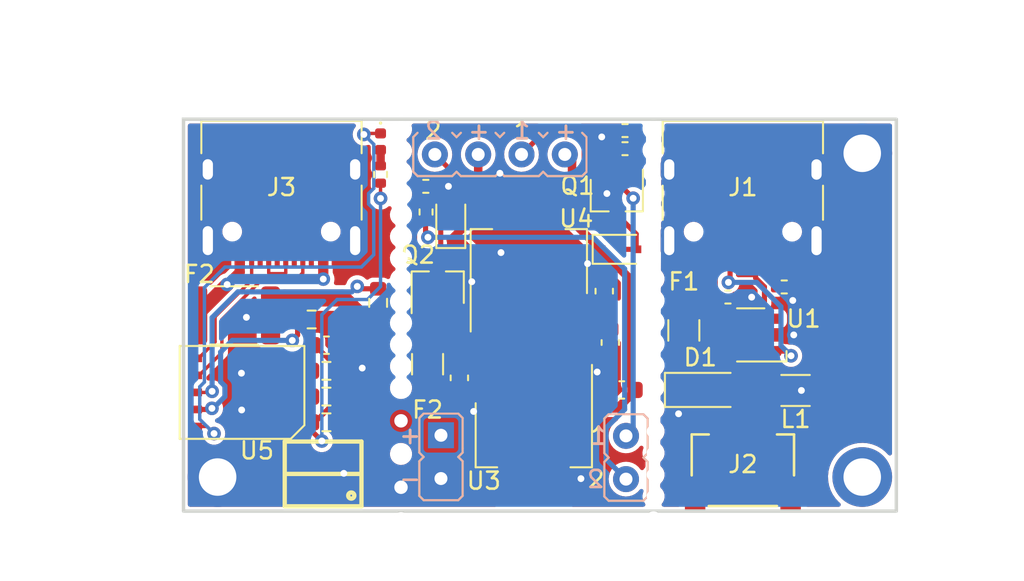
<source format=kicad_pcb>
(kicad_pcb (version 20211014) (generator pcbnew)
  (layers (0 "F.Cu" signal) (31 "B.Cu" signal) (34 "B.Paste" user) (35 "F.Paste" user) (36 "B.SilkS" user "B.Silkscreen") (37 "F.SilkS" user "F.Silkscreen") (38 "B.Mask" user) (39 "F.Mask" user) (44 "Edge.Cuts" user))
  (net 0 "")
  (net 1 "GNDPWR")
  (net 2 "VBUS")
  (net 3 "+12V")
  (net 4 "VCC")
  (net 5 "GND")
  (net 6 "D+")
  (net 7 "D-")
  (net 8 "CC1")
  (net 9 "CC2")
  (net 10 "S1")
  (net 11 "S2")
  (net 12 "S1_MOS")
  (net 13 "S2_MOS")
  (net 14 "S1_OUT")
  (net 15 "S2_OUT")
  (net 16 "VDD")
  (net 17 "VBUS_IN")
  (net 18 "CFG2")
  (net 19 "CFG3")
  (net 20 "CFG1")
  (net 21 "PG")
  (net 22 "LED_PWR")
  (footprint "Resistor_SMD:R_0402_1005Metric" (layer "F.Cu") (at 51.925892 30.436168)
    (fp_text reference "R2" hide)
    (fp_text value "5.1k")
  )
  (footprint "Fuse:Fuse_1206_3216Metric" (layer "F.Cu") (at 49.337601 32.393986 -90)
    (fp_text reference "F1")
    (fp_text value "500mA")
  )
  (footprint "Package_SO:SSOP-10-1.0pitch" (layer "F.Cu") (at 23.433132 36.033442 90)
    (fp_text reference "U5")
    (fp_text value "CH224K")
  )
  (footprint "random-keyboard-parts:breakaway-mousebites" (layer "F.Cu") (at 32.5 34.5 -90)
    (fp_text reference "REF**")
    (fp_text value "breakaway-mousebites")
  )
  (footprint "Connector_USB:USB_C_Receptacle_HRO_TYPE-C-31-M-12" (layer "F.Cu") (at 52.8 24 180)
    (fp_text reference "J1")
    (fp_text value "USB_C_Receptacle_HRO_TYPE-C-31-M-12")
  )
  (footprint "Resistor_SMD:R_0402_1005Metric" (layer "F.Cu") (at 34.221945 25.443858 90)
    (fp_text reference "R6" hide)
    (fp_text value "2.2k")
  )
  (footprint "Diode_SMD:D_SOD-323" (layer "F.Cu") (at 45.494165 27.634284)
    (fp_text reference "D2" hide)
    (fp_text value "2.2k")
  )
  (footprint "Resistor_SMD:R_0402_1005Metric" (layer "F.Cu") (at 34.208511 23.937907 180)
    (fp_text reference "R4" hide)
    (fp_text value "2.2k")
  )
  (footprint "acheron_Connectors:PinHeader_1x4_P2.54mm_Vertical" (layer "F.Cu") (at 38.549985 22.066568 90)
    (fp_text reference "J3" hide)
    (fp_text value "Conn_01x02_Male" hide)
  )
  (footprint "Capacitor_SMD:C_0603_1608Metric" (layer "F.Cu") (at 45.699966 35.888436)
    (fp_text reference "C3" hide)
    (fp_text value "10uF")
  )
  (footprint "Capacitor_SMD:C_0603_1608Metric" (layer "F.Cu") (at 45.027421 33.105761 90)
    (fp_text reference "C2" hide)
    (fp_text value "10uF")
  )
  (footprint "Resistor_SMD:R_0402_1005Metric" (layer "F.Cu") (at 45.888972 21.72821)
    (fp_text reference "R5" hide)
    (fp_text value "2.2k")
  )
  (footprint "Resistor_SMD:R_0603_1608Metric" (layer "F.Cu") (at 31.412619 30.775513 -90)
    (fp_text reference "R8" hide)
    (fp_text value "10k")
  )
  (footprint "Fuse:Fuse_1812_4532Metric" (layer "F.Cu") (at 22.967024 31.512946)
    (fp_text reference "F2")
    (fp_text value "Fuse_1812_4532Metric")
  )
  (footprint "Fuse:Fuse_1206_3216Metric" (layer "F.Cu") (at 34.310832 34.377223 90)
    (fp_text reference "F2")
    (fp_text value "Fuse_1206_3216Metric")
  )
  (footprint "Resistor_SMD:R_0603_1608Metric" (layer "F.Cu") (at 28.381515 34.768232 180)
    (fp_text reference "R12" hide)
    (fp_text value "10k")
  )
  (footprint "" (layer "F.Cu") (at 59.8 25.847628)
    (fp_text reference "")
    (fp_text value "")
  )
  (footprint "" (layer "F.Cu") (at 59.8 22)
    (fp_text reference "")
    (fp_text value "")
  )
  (footprint "" (layer "F.Cu") (at 22 41)
    (fp_text reference "")
    (fp_text value "")
  )
  (footprint "Diode_SMD:D_SOD-323" (layer "F.Cu") (at 35.672812 26.059066 90)
    (fp_text reference "D3" hide)
    (fp_text value "2.2k")
  )
  (footprint "easyeda:SW-SMD_4P-L3.8-W4.5-P1.27-LS6.7" (layer "F.Cu") (at 28.185665 40.81584 90)
    (fp_text reference "SW1" hide)
    (fp_text value "SW-SMD_4P-L3.8-W4.5-P1.27-LS6.7" hide)
  )
  (footprint "Resistor_SMD:R_0603_1608Metric" (layer "F.Cu") (at 27.513967 31.751978 180)
    (fp_text reference "R10" hide)
    (fp_text value "10k")
  )
  (footprint "Package_TO_SOT_SMD:TSOT-23" (layer "F.Cu") (at 34.886522 29.882357 90)
    (fp_text reference "Q2")
    (fp_text value "TSOT-23")
  )
  (footprint "random-keyboard-parts:JST-SR-4" (layer "F.Cu") (at 52.8 42.9)
    (fp_text reference "J2")
    (fp_text value "JST-SR-4")
  )
  (footprint "Capacitor_SMD:C_0603_1608Metric" (layer "F.Cu") (at 28.381515 33.26113)
    (fp_text reference "C5" hide)
    (fp_text value "1uF")
  )
  (footprint "Resistor_SMD:R_0402_1005Metric" (layer "F.Cu") (at 31.553823 23.243246 90)
    (fp_text reference "R9" hide)
    (fp_text value "1k")
  )
  (footprint "marbastlib-various:SOT-23-6-routable" (layer "F.Cu") (at 53.26005 32.658296 180)
    (fp_text reference "U1")
    (fp_text value "SRV05-4")
  )
  (footprint "Diode_SMD:D_SOD-123F" (layer "F.Cu") (at 50.428731 35.887041)
    (fp_text reference "D1")
    (fp_text value "SMF9.0CA")
  )
  (footprint "Resistor_SMD:R_0402_1005Metric" (layer "F.Cu") (at 45.888972 20.664898)
    (fp_text reference "R3" hide)
    (fp_text value "2.2k")
  )
  (footprint "Inductor_SMD:L_1206_3216Metric" (layer "F.Cu") (at 55.889559 35.918338)
    (fp_text reference "L1")
    (fp_text value "L_1206_3216Metric")
  )
  (footprint "Package_TO_SOT_SMD:TSOT-23" (layer "F.Cu") (at 45.428718 24.459642 -90)
    (fp_text reference "Q1")
    (fp_text value "TSOT-23")
  )
  (footprint "Capacitor_SMD:C_0603_1608Metric" (layer "F.Cu") (at 36.175374 35.179507 90)
    (fp_text reference "C1" hide)
    (fp_text value "10uF")
  )
  (footprint "Resistor_SMD:R_0603_1608Metric" (layer "F.Cu") (at 28.381515 37.786535 180)
    (fp_text reference "R7" hide)
    (fp_text value "1k")
  )
  (footprint "Resistor_SMD:R_0603_1608Metric" (layer "F.Cu") (at 28.381515 36.277384 180)
    (fp_text reference "R11" hide)
    (fp_text value "10k")
  )
  (footprint "LED_SMD:LED_0402_1005Metric" (layer "F.Cu") (at 31.553823 21.31811 -90)
    (fp_text reference "D4" hide)
    (fp_text value "LED_0402_1005Metric")
  )
  (footprint "acheron_Connectors:PinHeader_1x2_P2.54mm_Vertical" (layer "F.Cu") (at 35.096888 39.817793)
    (fp_text reference "J3" hide)
    (fp_text value "Conn_01x02_Male" hide)
  )
  (footprint "Package_TO_SOT_SMD:SOT-223" (layer "F.Cu") (at 40.248815 28.357657 90)
    (fp_text reference "U4")
    (fp_text value "C26184")
  )
  (footprint "Resistor_SMD:R_0402_1005Metric" (layer "F.Cu") (at 55.225796 29.843697)
    (fp_text reference "R1" hide)
    (fp_text value "5.1k")
  )
  (footprint "random-keyboard-parts:breakaway-mousebites" (layer "F.Cu") (at 47.308073 34.448204 -90)
    (fp_text reference "REF**")
    (fp_text value "breakaway-mousebites")
  )
  (footprint "acheron_Connectors:PinHeader_1x2_P2.54mm_Vertical" (layer "F.Cu") (at 45.947089 39.85295)
    (fp_text reference "J3" hide)
    (fp_text value "Conn_01x02_Male" hide)
  )
  (footprint "Connector_USB:USB_C_Receptacle_HRO_TYPE-C-31-M-12" (layer "F.Cu") (at 25.745327 23.994483 180)
    (fp_text reference "J3")
    (fp_text value "USB_C_Receptacle_HRO_TYPE-C-31-M-12")
  )
  (footprint "Capacitor_SMD:C_0603_1608Metric" (layer "F.Cu") (at 44.671324 30.08999 -90)
    (fp_text reference "C4" hide)
    (fp_text value "10uF")
  )
  (footprint "Package_TO_SOT_SMD:SOT-223" (layer "F.Cu") (at 40.541743 38.517228 -90)
    (fp_text reference "U3")
    (fp_text value "C26184")
  )
  (gr_rect (start 20 20) (end 61.8 43) (layer "Edge.Cuts") (width 0.2) (fill none))
  (segment (start 26.495327 27.064483) (end 26.495327 28.039483) (width 0.2) (layer "F.Cu") (net 0))
  (segment (start 25.995327 29.014483) (end 25.945327 29.064483) (width 0.2) (layer "F.Cu") (net 0))
  (segment (start 25.045327 29.064483) (end 24.995327 29.014483) (width 0.2) (layer "F.Cu") (net 0))
  (segment (start 25.995327 28.039483) (end 25.995327 29.014483) (width 0.2) (layer "F.Cu") (net 0))
  (segment (start 25.545327 27.014483) (end 26.445327 27.014483) (width 0.2) (layer "F.Cu") (net 0))
  (segment (start 24.995327 29.014483) (end 24.995327 28.039483) (width 0.2) (layer "F.Cu") (net 0))
  (segment (start 25.945327 29.064483) (end 25.045327 29.064483) (width 0.2) (layer "F.Cu") (net 0))
  (segment (start 26.445327 27.014483) (end 26.495327 27.064483) (width 0.2) (layer "F.Cu") (net 0))
  (segment (start 25.495327 28.039483) (end 25.495327 27.064483) (width 0.2) (layer "F.Cu") (net 0))
  (segment (start 25.495327 27.064483) (end 25.545327 27.014483) (width 0.2) (layer "F.Cu") (net 0))
  (segment (start 55.727161 29.852332) (end 55.735796 29.843697) (width 0.5) (layer "F.Cu") (net 1))
  (segment (start 49.028731 37.287238) (end 49.028731 35.887041) (width 0.5) (layer "F.Cu") (net 1))
  (segment (start 56.232952 35.91822) (end 57.464441 35.91822) (width 0.5) (layer "F.Cu") (net 1))
  (segment (start 55.727161 30.635683) (end 55.727161 29.852332) (width 0.5) (layer "F.Cu") (net 1))
  (segment (start 53.309684 30.436168) (end 52.435892 30.436168) (width 0.5) (layer "F.Cu") (net 1))
  (segment (start 57.464441 35.91822) (end 57.464559 35.918338) (width 0.5) (layer "F.Cu") (net 1))
  (segment (start 53.316179 30.442663) (end 53.309684 30.436168) (width 0.5) (layer "F.Cu") (net 1))
  (segment (start 55.78295 32.658296) (end 54.43505 32.658296) (width 0.5) (layer "F.Cu") (net 1))
  (via (at 55.78295 32.658296) (size 0.8) (drill 0.4) (layers "F.Cu" "B.Cu") (net 1))
  (via (at 55.727161 30.635683) (size 0.8) (drill 0.4) (layers "F.Cu" "B.Cu") (net 1))
  (via (at 49.028731 37.287238) (size 0.8) (drill 0.4) (layers "F.Cu" "B.Cu") (net 1))
  (via (at 53.316179 30.442663) (size 0.8) (drill 0.4) (layers "F.Cu" "B.Cu") (net 1))
  (via (at 56.232952 35.91822) (size 0.8) (drill 0.4) (layers "F.Cu" "B.Cu") (net 1))
  (segment (start 28.195327 28.039483) (end 28.195327 29.381479) (width 0.6) (layer "F.Cu") (net 2))
  (segment (start 55.25 27.298098) (end 55.25 28.045) (width 0.4) (layer "F.Cu") (net 2))
  (segment (start 49.910001 30.993986) (end 49.337601 30.993986) (width 0.5) (layer "F.Cu") (net 2))
  (segment (start 50.35 28.045) (end 50.35 29.123271) (width 0.5) (layer "F.Cu") (net 2))
  (segment (start 50.35 28.045) (end 50.35 27.255339) (width 0.4) (layer "F.Cu") (net 2))
  (segment (start 54.371902 26.42) (end 55.25 27.298098) (width 0.4) (layer "F.Cu") (net 2))
  (segment (start 22.576489 29.700986) (end 23.295327 28.982148) (width 0.6) (layer "F.Cu") (net 2))
  (segment (start 50.679838 30.224149) (end 49.910001 30.993986) (width 0.5) (layer "F.Cu") (net 2))
  (segment (start 50.35 29.123271) (end 50.679838 29.453109) (width 0.5) (layer "F.Cu") (net 2))
  (segment (start 22.559015 29.700986) (end 20.829524 31.430477) (width 0.8) (layer "F.Cu") (net 2))
  (segment (start 22.559015 29.700986) (end 22.576489 29.700986) (width 0.6) (layer "F.Cu") (net 2))
  (segment (start 50.679838 31.823109) (end 51.515025 32.658296) (width 0.5) (layer "F.Cu") (net 2))
  (segment (start 51.185339 26.42) (end 54.371902 26.42) (width 0.4) (layer "F.Cu") (net 2))
  (segment (start 50.35 27.255339) (end 51.185339 26.42) (width 0.4) (layer "F.Cu") (net 2))
  (segment (start 51.515025 32.658296) (end 52.08505 32.658296) (width 0.5) (layer "F.Cu") (net 2))
  (segment (start 50.679838 29.453109) (end 50.679838 30.224149) (width 0.5) (layer "F.Cu") (net 2))
  (segment (start 20.829524 31.430477) (end 20.829524 31.512946) (width 0.8) (layer "F.Cu") (net 2))
  (segment (start 50.679838 30.224149) (end 50.679838 31.823109) (width 0.5) (layer "F.Cu") (net 2))
  (segment (start 23.295327 28.982148) (end 23.295327 28.039483) (width 0.6) (layer "F.Cu") (net 2))
  (via (at 28.195327 29.381479) (size 0.8) (drill 0.4) (layers "F.Cu" "B.Cu") (net 2))
  (via (at 22.559015 29.700986) (size 0.8) (drill 0.4) (layers "F.Cu" "B.Cu") (net 2))
  (segment (start 22.559015 29.700986) (end 22.878522 29.381479) (width 0.6) (layer "B.Cu") (net 2))
  (segment (start 22.878522 29.381479) (end 28.195327 29.381479) (width 0.6) (layer "B.Cu") (net 2))
  (segment (start 42.782173 22.488756) (end 42.359985 22.066568) (width 0.5) (layer "F.Cu") (net 3))
  (segment (start 40.541743 35.838024) (end 41.675151 36.971432) (width 0.5) (layer "F.Cu") (net 3))
  (segment (start 44.671324 30.86499) (end 44.674739 30.861575) (width 0.5) (layer "F.Cu") (net 3))
  (segment (start 46.150047 35.513517) (end 46.150047 29.340166) (width 0.5) (layer "F.Cu") (net 3))
  (segment (start 40.248815 31.507657) (end 40.248815 31.157657) (width 0.5) (layer "F.Cu") (net 3))
  (segment (start 46.524966 35.888436) (end 46.150047 35.513517) (width 0.5) (layer "F.Cu") (net 3))
  (segment (start 40.248815 31.157657) (end 41.395946 30.010526) (width 0.5) (layer "F.Cu") (net 3))
  (segment (start 35.682666 27.08196) (end 35.682666 27.109066) (width 0.5) (layer "F.Cu") (net 3))
  (segment (start 42.782173 25.972292) (end 42.782173 22.488756) (width 0.5) (layer "F.Cu") (net 3))
  (segment (start 41.395946 30.010526) (end 43.81686 30.010526) (width 0.5) (layer "F.Cu") (net 3))
  (segment (start 37.279985 25.484641) (end 35.682666 27.08196) (width 0.5) (layer "F.Cu") (net 3))
  (segment (start 45.44197 36.971432) (end 46.524966 35.888436) (width 0.5) (layer "F.Cu") (net 3))
  (segment (start 41.675151 36.971432) (end 45.44197 36.971432) (width 0.5) (layer "F.Cu") (net 3))
  (segment (start 46.150047 29.340166) (end 42.782173 25.972292) (width 0.5) (layer "F.Cu") (net 3))
  (segment (start 43.81686 30.010526) (end 44.671324 30.86499) (width 0.5) (layer "F.Cu") (net 3))
  (segment (start 40.541743 35.367228) (end 40.541743 35.838024) (width 0.5) (layer "F.Cu") (net 3))
  (segment (start 44.674739 30.861575) (end 44.674739 30.850943) (width 0.5) (layer "F.Cu") (net 3))
  (segment (start 35.682666 27.109066) (end 36.200224 27.109066) (width 0.5) (layer "F.Cu") (net 3))
  (segment (start 37.279985 22.066568) (end 37.279985 25.484641) (width 0.5) (layer "F.Cu") (net 3))
  (segment (start 36.200224 27.109066) (end 40.248815 31.157657) (width 0.5) (layer "F.Cu") (net 3))
  (segment (start 49.735676 33.793986) (end 51.828731 35.887041) (width 0.5) (layer "F.Cu") (net 4))
  (segment (start 37.279022 34.404507) (end 35.738116 34.404507) (width 0.7) (layer "F.Cu") (net 4))
  (segment (start 36.678488 33.234897) (end 44.102269 33.234897) (width 0.7) (layer "F.Cu") (net 4))
  (segment (start 45.006405 32.330761) (end 45.027421 32.330761) (width 0.7) (layer "F.Cu") (net 4))
  (segment (start 21.610886 36.033442) (end 20.683132 36.033442) (width 0.2) (layer "F.Cu") (net 4))
  (segment (start 42.706148 31.86499) (end 42.548815 31.707657) (width 0.7) (layer "F.Cu") (net 4))
  (segment (start 30.32661 29.950513) (end 31.412619 29.950513) (width 0.3) (layer "F.Cu") (net 4))
  (segment (start 45.027421 32.330761) (end 44.56165 31.86499) (width 0.7) (layer "F.Cu") (net 4))
  (segment (start 30.188184 29.812087) (end 30.32661 29.950513) (width 0.3) (layer "F.Cu") (net 4))
  (segment (start 34.784654 32.503401) (end 35.946992 32.503401) (width 0.7) (layer "F.Cu") (net 4))
  (segment (start 51.3 36.415772) (end 51.828731 35.887041) (width 0.5) (layer "F.Cu") (net 4))
  (segment (start 44.102269 33.234897) (end 45.006405 32.330761) (width 0.7) (layer "F.Cu") (net 4))
  (segment (start 35.946992 32.503401) (end 36.678488 33.234897) (width 0.7) (layer "F.Cu") (net 4))
  (segment (start 38.241743 35.367228) (end 37.279022 34.404507) (width 0.7) (layer "F.Cu") (net 4))
  (segment (start 34.310832 32.977223) (end 34.784654 32.503401) (width 0.7) (layer "F.Cu") (net 4))
  (segment (start 21.676379 35.967949) (end 21.610886 36.033442) (width 0.2) (layer "F.Cu") (net 4))
  (segment (start 49.337601 33.793986) (end 49.735676 33.793986) (width 0.5) (layer "F.Cu") (net 4))
  (segment (start 35.738116 34.404507) (end 34.310832 32.977223) (width 0.7) (layer "F.Cu") (net 4))
  (segment (start 51.3 38.125) (end 51.3 36.415772) (width 0.5) (layer "F.Cu") (net 4))
  (segment (start 44.56165 31.86499) (end 42.706148 31.86499) (width 0.7) (layer "F.Cu") (net 4))
  (via (at 30.188184 29.812087) (size 0.8) (drill 0.4) (layers "F.Cu" "B.Cu") (net 4))
  (via (at 21.676379 35.967949) (size 0.8) (drill 0.4) (layers "F.Cu" "B.Cu") (net 4))
  (segment (start 23.188476 30.131479) (end 21.676379 31.643576) (width 0.3) (layer "B.Cu") (net 4))
  (segment (start 21.676379 31.643576) (end 21.676379 35.967949) (width 0.3) (layer "B.Cu") (net 4))
  (segment (start 30.188184 29.812087) (end 29.868792 30.131479) (width 0.3) (layer "B.Cu") (net 4))
  (segment (start 29.868792 30.131479) (end 23.188476 30.131479) (width 0.3) (layer "B.Cu") (net 4))
  (segment (start 35.534945 23.937907) (end 34.718511 23.937907) (width 0.5) (layer "F.Cu") (net 5))
  (segment (start 37.012218 36.727774) (end 36.188311 35.903867) (width 0.5) (layer "F.Cu") (net 5))
  (segment (start 28.338967 32.443582) (end 28.338967 31.751978) (width 0.5) (layer "F.Cu") (net 5))
  (segment (start 30.479172 34.583787) (end 28.338967 32.443582) (width 0.5) (layer "F.Cu") (net 5))
  (segment (start 44.898303 20.664898) (end 45.378972 20.664898) (width 0.5) (layer "F.Cu") (net 5))
  (segment (start 30.479172 34.6046) (end 30.479172 34.583787) (width 0.5) (layer "F.Cu") (net 5))
  (segment (start 44.52376 21.039441) (end 44.898303 20.664898) (width 0.5) (layer "F.Cu") (net 5))
  (segment (start 54.3 38.125) (end 54.3 35.932897) (width 0.5) (layer "F.Cu") (net 5))
  (segment (start 37.012218 37.148765) (end 37.012218 36.727774) (width 0.5) (layer "F.Cu") (net 5))
  (via (at 23.397421 34.904615) (size 0.8) (drill 0.4) (layers "F.Cu" "B.Cu") (net 5))
  (via (at 44.256942 34.835003) (size 0.8) (drill 0.4) (layers "F.Cu" "B.Cu") (net 5))
  (via (at 23.688757 31.625642) (size 0.8) (drill 0.4) (layers "F.Cu" "B.Cu") (net 5))
  (via (at 44.827753 24.360973) (size 0.8) (drill 0.4) (layers "F.Cu" "B.Cu") (net 5))
  (via (at 37.012218 37.148765) (size 0.8) (drill 0.4) (layers "F.Cu" "B.Cu") (net 5))
  (via (at 38.617248 27.827045) (size 0.8) (drill 0.4) (layers "F.Cu" "B.Cu") (net 5))
  (via (at 23.409724 37.063768) (size 0.8) (drill 0.4) (layers "F.Cu" "B.Cu") (net 5))
  (via (at 43.305136 41.093372) (size 0.8) (drill 0.4) (layers "F.Cu" "B.Cu") (net 5))
  (via (at 29.40145 40.782711) (size 0.8) (drill 0.4) (layers "F.Cu" "B.Cu") (net 5))
  (via (at 35.534945 23.937907) (size 0.8) (drill 0.4) (layers "F.Cu" "B.Cu") (net 5))
  (via (at 43.694087 28.474764) (size 0.8) (drill 0.4) (layers "F.Cu" "B.Cu") (net 5))
  (via (at 44.52376 21.039441) (size 0.8) (drill 0.4) (layers "F.Cu" "B.Cu") (net 5))
  (via (at 36.905174 29.536303) (size 0.8) (drill 0.4) (layers "F.Cu" "B.Cu") (net 5))
  (via (at 38.55231 23.171115) (size 0.8) (drill 0.4) (layers "F.Cu" "B.Cu") (net 5))
  (via (at 30.479172 34.6046) (size 0.8) (drill 0.4) (layers "F.Cu" "B.Cu") (net 5))
  (segment (start 53.3 34.743346) (end 53.3 38.125) (width 0.3) (layer "F.Cu") (net 6))
  (segment (start 55.350075 33.608296) (end 54.43505 33.608296) (width 0.3) (layer "F.Cu") (net 6))
  (segment (start 53.05 26.97) (end 53.05 28.045) (width 0.3) (layer "F.Cu") (net 6))
  (segment (start 54.43505 33.608296) (end 53.3 34.743346) (width 0.3) (layer "F.Cu") (net 6))
  (segment (start 51.953943 29.574386) (end 52.05 29.478329) (width 0.3) (layer "F.Cu") (net 6))
  (segment (start 52.05 28.045) (end 52.05 26.97) (width 0.3) (layer "F.Cu") (net 6))
  (segment (start 52.05 29.478329) (end 52.05 28.045) (width 0.3) (layer "F.Cu") (net 6))
  (segment (start 52.05 26.97) (end 53.05 26.97) (width 0.3) (layer "F.Cu") (net 6))
  (segment (start 55.625407 33.883628) (end 55.350075 33.608296) (width 0.3) (layer "F.Cu") (net 6))
  (via (at 55.625407 33.883628) (size 0.8) (drill 0.4) (layers "F.Cu" "B.Cu") (net 6))
  (via (at 51.953943 29.574386) (size 0.8) (drill 0.4) (layers "F.Cu" "B.Cu") (net 6))
  (segment (start 55.03295 33.291171) (end 55.625407 33.883628) (width 0.3) (layer "B.Cu") (net 6))
  (segment (start 51.953943 29.574386) (end 53.605203 29.574386) (width 0.3) (layer "B.Cu") (net 6))
  (segment (start 53.605203 29.574386) (end 55.03295 31.002133) (width 0.3) (layer "B.Cu") (net 6))
  (segment (start 55.03295 31.002133) (end 55.03295 33.291171) (width 0.3) (layer "B.Cu") (net 6))
  (segment (start 53.250281 31.609911) (end 54.065679 30.794513) (width 0.3) (layer "F.Cu") (net 7))
  (segment (start 52.55 29.12) (end 53.55 29.12) (width 0.3) (layer "F.Cu") (net 7))
  (segment (start 52.55 29.019022) (end 52.55 29.12) (width 0.3) (layer "F.Cu") (net 7))
  (segment (start 54.065679 29.837366) (end 53.55 29.321687) (width 0.3) (layer "F.Cu") (net 7))
  (segment (start 53.55 29.12) (end 53.55 28.045) (width 0.3) (layer "F.Cu") (net 7))
  (segment (start 52.08505 33.608296) (end 52.467157 33.608296) (width 0.3) (layer "F.Cu") (net 7))
  (segment (start 53.55 29.321687) (end 53.55 29.12) (width 0.3) (layer "F.Cu") (net 7))
  (segment (start 53.250281 32.825172) (end 53.250281 31.609911) (width 0.3) (layer "F.Cu") (net 7))
  (segment (start 52.08505 33.608296) (end 52.8 34.323246) (width 0.3) (layer "F.Cu") (net 7))
  (segment (start 52.8 34.323246) (end 52.8 37) (width 0.3) (layer "F.Cu") (net 7))
  (segment (start 52.8 37) (end 52.3 37.5) (width 0.3) (layer "F.Cu") (net 7))
  (segment (start 54.065679 30.794513) (end 54.065679 29.837366) (width 0.3) (layer "F.Cu") (net 7))
  (segment (start 52.3 37.5) (end 52.3 38.125) (width 0.3) (layer "F.Cu") (net 7))
  (segment (start 52.55 28.045) (end 52.55 29.019022) (width 0.3) (layer "F.Cu") (net 7))
  (segment (start 52.467157 33.608296) (end 53.250281 32.825172) (width 0.3) (layer "F.Cu") (net 7))
  (segment (start 22.251016 33.695558) (end 20.978919 34.967655) (width 0.2) (layer "F.Cu") (net 8))
  (segment (start 24.541827 29.464483) (end 22.251016 31.755294) (width 0.2) (layer "F.Cu") (net 8))
  (segment (start 54.05 28.045) (end 54.05 29.185291) (width 0.2) (layer "F.Cu") (net 8))
  (segment (start 26.995327 28.039483) (end 26.995327 29.014483) (width 0.2) (layer "F.Cu") (net 8))
  (segment (start 54.05 29.185291) (end 54.694798 29.830089) (width 0.2) (layer "F.Cu") (net 8))
  (segment (start 26.545327 29.464483) (end 24.541827 29.464483) (width 0.2) (layer "F.Cu") (net 8))
  (segment (start 22.251016 31.755294) (end 22.251016 33.695558) (width 0.2) (layer "F.Cu") (net 8))
  (segment (start 26.995327 29.014483) (end 26.545327 29.464483) (width 0.2) (layer "F.Cu") (net 8))
  (segment (start 20.978919 34.967655) (end 20.682908 34.967655) (width 0.2) (layer "F.Cu") (net 8))
  (segment (start 21.851016 33.06354) (end 21.851016 31.589608) (width 0.2) (layer "F.Cu") (net 9))
  (segment (start 21.851016 31.589608) (end 23.995327 29.445297) (width 0.2) (layer "F.Cu") (net 9))
  (segment (start 51.05 29.045453) (end 51.229838 29.225291) (width 0.2) (layer "F.Cu") (net 9))
  (segment (start 51.05 28.045) (end 51.05 29.045453) (width 0.2) (layer "F.Cu") (net 9))
  (segment (start 51.229838 29.225291) (end 51.229838 30.223105) (width 0.2) (layer "F.Cu") (net 9))
  (segment (start 20.946901 33.967655) (end 21.851016 33.06354) (width 0.2) (layer "F.Cu") (net 9))
  (segment (start 20.682908 33.967655) (end 20.946901 33.967655) (width 0.2) (layer "F.Cu") (net 9))
  (segment (start 51.229838 30.223105) (end 51.414341 30.407608) (width 0.2) (layer "F.Cu") (net 9))
  (segment (start 23.995327 29.445297) (end 23.995327 28.039483) (width 0.2) (layer "F.Cu") (net 9))
  (segment (start 45.378972 23.649079) (end 45.378972 21.72821) (width 0.3) (layer "F.Cu") (net 10))
  (segment (start 46.36732 24.637427) (end 45.378972 23.649079) (width 0.3) (layer "F.Cu") (net 10))
  (via (at 46.36732 24.637427) (size 0.8) (drill 0.4) (layers "F.Cu" "B.Cu") (net 10))
  (segment (start 46.36732 24.637427) (end 46.36732 38.025345) (width 0.3) (layer "B.Cu") (net 10))
  (segment (start 46.36732 38.025345) (end 45.947089 38.445576) (width 0.3) (layer "B.Cu") (net 10))
  (segment (start 34.333166 26.928886) (end 34.194839 26.790559) (width 0.3) (layer "F.Cu") (net 11))
  (segment (start 34.194839 26.790559) (end 34.194839 25.957731) (width 0.3) (layer "F.Cu") (net 11))
  (via (at 34.333166 26.928886) (size 0.8) (drill 0.4) (layers "F.Cu" "B.Cu") (net 11))
  (segment (start 45.86732 28.78265) (end 45.86732 37.032882) (width 0.3) (layer "B.Cu") (net 11))
  (segment (start 45.86732 37.032882) (end 44.7798 38.120402) (width 0.3) (layer "B.Cu") (net 11))
  (segment (start 44.7798 39.955661) (end 45.944093 41.119954) (width 0.3) (layer "B.Cu") (net 11))
  (segment (start 44.013556 26.928886) (end 45.86732 28.78265) (width 0.3) (layer "B.Cu") (net 11))
  (segment (start 44.7798 38.120402) (end 44.7798 39.955661) (width 0.3) (layer "B.Cu") (net 11))
  (segment (start 34.333166 26.928886) (end 44.013556 26.928886) (width 0.3) (layer "B.Cu") (net 11))
  (segment (start 46.398972 20.664898) (end 46.398972 23.170638) (width 0.3) (layer "F.Cu") (net 12))
  (segment (start 33.936522 31.192357) (end 33.547701 30.803536) (width 0.3) (layer "F.Cu") (net 13))
  (segment (start 33.547701 24.088717) (end 33.698511 23.937907) (width 0.3) (layer "F.Cu") (net 13))
  (segment (start 33.547701 24.956436) (end 33.547701 24.088717) (width 0.3) (layer "F.Cu") (net 13))
  (segment (start 34.199367 24.956436) (end 34.221945 24.933858) (width 0.3) (layer "F.Cu") (net 13))
  (segment (start 33.547701 24.956436) (end 34.199367 24.956436) (width 0.3) (layer "F.Cu") (net 13))
  (segment (start 33.547701 30.803536) (end 33.547701 24.956436) (width 0.3) (layer "F.Cu") (net 13))
  (segment (start 45.578718 25.769642) (end 46.544165 26.735089) (width 0.3) (layer "F.Cu") (net 14))
  (segment (start 43.494373 25.420268) (end 43.494373 21.265447) (width 0.3) (layer "F.Cu") (net 14))
  (segment (start 42.876426 20.6475) (end 41.239053 20.6475) (width 0.3) (layer "F.Cu") (net 14))
  (segment (start 43.494373 21.265447) (end 42.876426 20.6475) (width 0.3) (layer "F.Cu") (net 14))
  (segment (start 46.544165 26.735089) (end 46.544165 27.634284) (width 0.3) (layer "F.Cu") (net 14))
  (segment (start 46.544165 27.634284) (end 45.708389 27.634284) (width 0.3) (layer "F.Cu") (net 14))
  (segment (start 45.708389 27.634284) (end 43.494373 25.420268) (width 0.3) (layer "F.Cu") (net 14))
  (segment (start 41.239053 20.6475) (end 39.819985 22.066568) (width 0.3) (layer "F.Cu") (net 14))
  (segment (start 36.403466 24.26116) (end 36.403466 23.730049) (width 0.3) (layer "F.Cu") (net 15))
  (segment (start 35.082666 28.376213) (end 35.082666 25.58196) (width 0.3) (layer "F.Cu") (net 15))
  (segment (start 34.886522 28.572357) (end 35.082666 28.376213) (width 0.3) (layer "F.Cu") (net 15))
  (segment (start 35.082666 25.58196) (end 36.403466 24.26116) (width 0.3) (layer "F.Cu") (net 15))
  (segment (start 36.403466 23.730049) (end 34.739985 22.066568) (width 0.3) (layer "F.Cu") (net 15))
  (segment (start 27.556515 37.786535) (end 26.430039 37.786535) (width 0.3) (layer "F.Cu") (net 16))
  (segment (start 27.697364 37.786535) (end 27.556515 37.786535) (width 0.3) (layer "F.Cu") (net 16))
  (segment (start 26.430039 37.786535) (end 26.183132 38.033442) (width 0.3) (layer "F.Cu") (net 16))
  (segment (start 27.556515 37.786535) (end 27.556515 38.32998) (width 0.3) (layer "F.Cu") (net 16))
  (segment (start 29.206515 36.277384) (end 27.697364 37.786535) (width 0.3) (layer "F.Cu") (net 16))
  (segment (start 31.553823 23.753246) (end 31.553823 24.648603) (width 0.2) (layer "F.Cu") (net 16))
  (segment (start 29.206515 34.768232) (end 29.206515 36.277384) (width 0.3) (layer "F.Cu") (net 16))
  (segment (start 29.206515 34.768232) (end 27.699413 33.26113) (width 0.3) (layer "F.Cu") (net 16))
  (segment (start 27.699413 33.26113) (end 27.606515 33.26113) (width 0.3) (layer "F.Cu") (net 16))
  (segment (start 27.556515 38.32998) (end 28.110869 38.884334) (width 0.3) (layer "F.Cu") (net 16))
  (via (at 28.110869 38.884334) (size 0.8) (drill 0.4) (layers "F.Cu" "B.Cu") (net 16))
  (via (at 31.553823 24.648603) (size 0.8) (drill 0.4) (layers "F.Cu" "B.Cu") (net 16))
  (segment (start 31.553823 29.81679) (end 30.789134 30.581479) (width 0.2) (layer "B.Cu") (net 16))
  (segment (start 31.553823 24.648603) (end 31.553823 29.81679) (width 0.2) (layer "B.Cu") (net 16))
  (segment (start 29.006414 30.581479) (end 28.110869 31.477024) (width 0.2) (layer "B.Cu") (net 16))
  (segment (start 28.110869 31.477024) (end 28.110869 38.884334) (width 0.2) (layer "B.Cu") (net 16))
  (segment (start 30.789134 30.581479) (end 29.006414 30.581479) (width 0.2) (layer "B.Cu") (net 16))
  (segment (start 34.310832 37.761737) (end 35.096888 38.547793) (width 1) (layer "F.Cu") (net 17))
  (segment (start 34.310832 35.777223) (end 34.310832 37.761737) (width 1) (layer "F.Cu") (net 17))
  (segment (start 31.610299 33.857898) (end 31.610299 36.556299) (width 1) (layer "F.Cu") (net 17))
  (segment (start 25.92718 30.49149) (end 29.312658 30.49149) (width 1) (layer "F.Cu") (net 17))
  (segment (start 31.610299 36.556299) (end 32.754 37.7) (width 1) (layer "F.Cu") (net 17))
  (segment (start 30.110125 32.357724) (end 31.610299 33.857898) (width 1) (layer "F.Cu") (net 17))
  (segment (start 30.421681 31.600513) (end 30.110125 31.288957) (width 0.3) (layer "F.Cu") (net 17))
  (segment (start 30.110125 31.288957) (end 30.110125 32.357724) (width 1) (layer "F.Cu") (net 17))
  (segment (start 29.312658 30.49149) (end 30.110125 31.288957) (width 1) (layer "F.Cu") (net 17))
  (segment (start 25.128334 31.290336) (end 25.92718 30.49149) (width 1) (layer "F.Cu") (net 17))
  (segment (start 30.380063 37.786535) (end 31.610299 36.556299) (width 0.3) (layer "F.Cu") (net 17))
  (segment (start 31.412619 31.600513) (end 30.421681 31.600513) (width 0.3) (layer "F.Cu") (net 17))
  (segment (start 29.206515 37.786535) (end 30.380063 37.786535) (width 0.3) (layer "F.Cu") (net 17))
  (segment (start 26.136223 39.667754) (end 26.136223 40.861282) (width 0.3) (layer "F.Cu") (net 18))
  (segment (start 25.405663 38.937194) (end 26.136223 39.667754) (width 0.3) (layer "F.Cu") (net 18))
  (segment (start 25.683315 37.033442) (end 25.405663 37.311094) (width 0.3) (layer "F.Cu") (net 18))
  (segment (start 25.405663 37.311094) (end 25.405663 38.937194) (width 0.3) (layer "F.Cu") (net 18))
  (segment (start 26.800457 37.033442) (end 25.683315 37.033442) (width 0.3) (layer "F.Cu") (net 18))
  (segment (start 27.556515 36.277384) (end 26.800457 37.033442) (width 0.3) (layer "F.Cu") (net 18))
  (segment (start 25.546665 41.45084) (end 25.110665 41.45084) (width 0.3) (layer "F.Cu") (net 18))
  (segment (start 26.136223 40.861282) (end 25.546665 41.45084) (width 0.3) (layer "F.Cu") (net 18))
  (segment (start 27.556515 34.990059) (end 26.513132 36.033442) (width 0.3) (layer "F.Cu") (net 19))
  (segment (start 24.905663 39.975838) (end 25.110665 40.18084) (width 0.3) (layer "F.Cu") (net 19))
  (segment (start 25.976209 36.033442) (end 24.905663 37.103988) (width 0.3) (layer "F.Cu") (net 19))
  (segment (start 24.905663 37.103988) (end 24.905663 39.975838) (width 0.3) (layer "F.Cu") (net 19))
  (segment (start 26.513132 36.033442) (end 25.976209 36.033442) (width 0.3) (layer "F.Cu") (net 19))
  (segment (start 27.556515 34.768232) (end 27.556515 34.990059) (width 0.3) (layer "F.Cu") (net 19))
  (segment (start 21.665793 36.967396) (end 21.599747 37.033442) (width 0.3) (layer "F.Cu") (net 20))
  (segment (start 26.378021 32.980642) (end 26.688967 32.669696) (width 0.3) (layer "F.Cu") (net 20))
  (segment (start 21.599747 37.033442) (end 20.683132 37.033442) (width 0.3) (layer "F.Cu") (net 20))
  (segment (start 26.688967 32.669696) (end 26.688967 31.751978) (width 0.3) (layer "F.Cu") (net 20))
  (via (at 21.665793 36.967396) (size 0.8) (drill 0.4) (layers "F.Cu" "B.Cu") (net 20))
  (via (at 26.378021 32.980642) (size 0.8) (drill 0.4) (layers "F.Cu" "B.Cu") (net 20))
  (segment (start 22.426379 35.657288) (end 22.426379 36.27861) (width 0.3) (layer "B.Cu") (net 20))
  (segment (start 22.176379 33.664086) (end 22.176379 35.407288) (width 0.3) (layer "B.Cu") (net 20))
  (segment (start 22.426379 36.27861) (end 21.737593 36.967396) (width 0.3) (layer "B.Cu") (net 20))
  (segment (start 22.859823 32.980642) (end 22.176379 33.664086) (width 0.3) (layer "B.Cu") (net 20))
  (segment (start 21.737593 36.967396) (end 21.665793 36.967396) (width 0.3) (layer "B.Cu") (net 20))
  (segment (start 26.378021 32.980642) (end 22.859823 32.980642) (width 0.3) (layer "B.Cu") (net 20))
  (segment (start 22.176379 35.407288) (end 22.426379 35.657288) (width 0.3) (layer "B.Cu") (net 20))
  (segment (start 21.376131 38.033442) (end 21.790271 38.447582) (width 0.2) (layer "F.Cu") (net 21))
  (segment (start 30.634417 20.83311) (end 31.553823 20.83311) (width 0.2) (layer "F.Cu") (net 21))
  (segment (start 20.683132 38.033442) (end 21.376131 38.033442) (width 0.2) (layer "F.Cu") (net 21))
  (segment (start 30.574937 20.89259) (end 30.634417 20.83311) (width 0.2) (layer "F.Cu") (net 21))
  (via (at 30.574937 20.89259) (size 0.8) (drill 0.4) (layers "F.Cu" "B.Cu") (net 21))
  (via (at 21.790271 38.447582) (size 0.8) (drill 0.4) (layers "F.Cu" "B.Cu") (net 21))
  (segment (start 31.153823 25.277233) (end 31.153823 27.952336) (width 0.2) (layer "B.Cu") (net 21))
  (segment (start 31.153823 27.952336) (end 30.430644 28.675515) (width 0.2) (layer "B.Cu") (net 21))
  (segment (start 20.95043 35.703948) (end 20.95043 37.607741) (width 0.2) (layer "B.Cu") (net 21))
  (segment (start 30.574937 20.89259) (end 31.159247 21.4769) (width 0.2) (layer "B.Cu") (net 21))
  (segment (start 21.226379 35.427999) (end 20.95043 35.703948) (width 0.2) (layer "B.Cu") (net 21))
  (segment (start 31.159247 21.4769) (end 31.159247 24.053229) (width 0.2) (layer "B.Cu") (net 21))
  (segment (start 21.226379 29.878644) (end 21.226379 35.427999) (width 0.2) (layer "B.Cu") (net 21))
  (segment (start 22.429508 28.675515) (end 21.226379 29.878644) (width 0.2) (layer "B.Cu") (net 21))
  (segment (start 30.853823 24.977233) (end 31.153823 25.277233) (width 0.2) (layer "B.Cu") (net 21))
  (segment (start 20.95043 37.607741) (end 21.790271 38.447582) (width 0.2) (layer "B.Cu") (net 21))
  (segment (start 31.159247 24.053229) (end 30.853823 24.358653) (width 0.2) (layer "B.Cu") (net 21))
  (segment (start 30.430644 28.675515) (end 22.429508 28.675515) (width 0.2) (layer "B.Cu") (net 21))
  (segment (start 30.853823 24.358653) (end 30.853823 24.977233) (width 0.2) (layer "B.Cu") (net 21))
  (segment (start 31.553823 22.733246) (end 31.553823 21.80311) (width 0.5) (layer "F.Cu") (net 22))
  (zone (net 5) (net_name "GND") (layers F&B.Cu) (connect_pads yes (clearance 0.254)) (min_thickness 0.254) (fill yes (thermal_gap 0.508) (thermal_bridge_width 0.508))
    (polygon (pts (xy 47.087136 43.411231) (xy 19.757661 43.448728) (xy 19.757661 19.354929) (xy 47.12029 19.354865)))
  )
  (zone (net 17) (net_name "VBUS_IN") (layer "F.Cu") (priority 2) (connect_pads yes (clearance 0.254)) (min_thickness 0.254) (fill yes (thermal_gap 0.508) (thermal_bridge_width 0.508))
    (polygon (pts (xy 33.331181 36.423722) (xy 33.344402 34.593512) (xy 35.417595 34.590893) (xy 35.424779 36.276064) (xy 36.182976 36.27667) (xy 36.182704 39.823792) (xy 32.749885 39.843514) (xy 32.753903 38.991652) (xy 31.301842 38.989929) (xy 31.301237 36.429458)))
  )
  (zone (net 1) (net_name "GNDPWR") (layers F&B.Cu) (connect_pads yes (clearance 0.254)) (min_thickness 0.254) (fill yes (thermal_gap 0.508) (thermal_bridge_width 0.508))
    (polygon (pts (xy 62.123708 19.292372) (xy 62.153728 43.468472) (xy 47.94924 43.407364) (xy 48.026052 19.29361)))
  )
)
</source>
